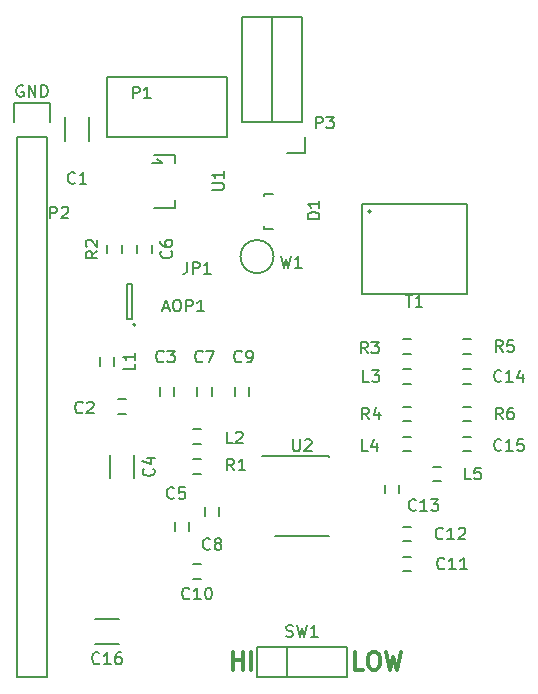
<source format=gto>
G04 #@! TF.FileFunction,Legend,Top*
%FSLAX46Y46*%
G04 Gerber Fmt 4.6, Leading zero omitted, Abs format (unit mm)*
G04 Created by KiCad (PCBNEW 4.0.4+e1-6308~48~ubuntu16.04.1-stable) date Mon Oct 24 16:38:44 2016*
%MOMM*%
%LPD*%
G01*
G04 APERTURE LIST*
%ADD10C,0.100000*%
%ADD11C,0.300000*%
%ADD12C,0.150000*%
G04 APERTURE END LIST*
D10*
D11*
X75021429Y-134028571D02*
X74307143Y-134028571D01*
X74307143Y-132528571D01*
X75807143Y-132528571D02*
X76092857Y-132528571D01*
X76235715Y-132600000D01*
X76378572Y-132742857D01*
X76450000Y-133028571D01*
X76450000Y-133528571D01*
X76378572Y-133814286D01*
X76235715Y-133957143D01*
X76092857Y-134028571D01*
X75807143Y-134028571D01*
X75664286Y-133957143D01*
X75521429Y-133814286D01*
X75450000Y-133528571D01*
X75450000Y-133028571D01*
X75521429Y-132742857D01*
X75664286Y-132600000D01*
X75807143Y-132528571D01*
X76950001Y-132528571D02*
X77307144Y-134028571D01*
X77592858Y-132957143D01*
X77878572Y-134028571D01*
X78235715Y-132528571D01*
X63984286Y-134028571D02*
X63984286Y-132528571D01*
X63984286Y-133242857D02*
X64841429Y-133242857D01*
X64841429Y-134028571D02*
X64841429Y-132528571D01*
X65555715Y-134028571D02*
X65555715Y-132528571D01*
D12*
X45720000Y-88900000D02*
X45720000Y-134620000D01*
X45720000Y-134620000D02*
X48260000Y-134620000D01*
X48260000Y-134620000D02*
X48260000Y-88900000D01*
X45440000Y-86080000D02*
X45440000Y-87630000D01*
X45720000Y-88900000D02*
X48260000Y-88900000D01*
X48540000Y-87630000D02*
X48540000Y-86080000D01*
X48540000Y-86080000D02*
X45440000Y-86080000D01*
X55745000Y-104820000D02*
G75*
G03X55745000Y-104820000I-100000J0D01*
G01*
X54995000Y-104320000D02*
X55495000Y-104320000D01*
X54995000Y-101420000D02*
X54995000Y-104320000D01*
X55495000Y-101420000D02*
X54995000Y-101420000D01*
X55495000Y-104320000D02*
X55495000Y-101420000D01*
X49775000Y-87265000D02*
X49775000Y-89265000D01*
X51825000Y-89265000D02*
X51825000Y-87265000D01*
X54260000Y-111160000D02*
X54960000Y-111160000D01*
X54960000Y-112360000D02*
X54260000Y-112360000D01*
X59020000Y-110140000D02*
X59020000Y-110840000D01*
X57820000Y-110840000D02*
X57820000Y-110140000D01*
X60290000Y-121570000D02*
X60290000Y-122270000D01*
X59090000Y-122270000D02*
X59090000Y-121570000D01*
X57115000Y-98075000D02*
X57115000Y-98775000D01*
X55915000Y-98775000D02*
X55915000Y-98075000D01*
X62195000Y-110140000D02*
X62195000Y-110840000D01*
X60995000Y-110840000D02*
X60995000Y-110140000D01*
X62830000Y-120300000D02*
X62830000Y-121000000D01*
X61630000Y-121000000D02*
X61630000Y-120300000D01*
X65370000Y-110140000D02*
X65370000Y-110840000D01*
X64170000Y-110840000D02*
X64170000Y-110140000D01*
X61310000Y-126330000D02*
X60610000Y-126330000D01*
X60610000Y-125130000D02*
X61310000Y-125130000D01*
X78390000Y-124495000D02*
X79090000Y-124495000D01*
X79090000Y-125695000D02*
X78390000Y-125695000D01*
X78390000Y-121955000D02*
X79090000Y-121955000D01*
X79090000Y-123155000D02*
X78390000Y-123155000D01*
X78070000Y-118395000D02*
X78070000Y-119095000D01*
X76870000Y-119095000D02*
X76870000Y-118395000D01*
X84170000Y-107280000D02*
X83470000Y-107280000D01*
X83470000Y-106080000D02*
X84170000Y-106080000D01*
X84170000Y-115535000D02*
X83470000Y-115535000D01*
X83470000Y-114335000D02*
X84170000Y-114335000D01*
X53940000Y-107600000D02*
X53940000Y-108300000D01*
X52740000Y-108300000D02*
X52740000Y-107600000D01*
X60610000Y-113700000D02*
X61310000Y-113700000D01*
X61310000Y-114900000D02*
X60610000Y-114900000D01*
X78390000Y-108620000D02*
X79090000Y-108620000D01*
X79090000Y-109820000D02*
X78390000Y-109820000D01*
X78390000Y-114335000D02*
X79090000Y-114335000D01*
X79090000Y-115535000D02*
X78390000Y-115535000D01*
X80930000Y-116875000D02*
X81630000Y-116875000D01*
X81630000Y-118075000D02*
X80930000Y-118075000D01*
X64770000Y-78800000D02*
X64770000Y-87630000D01*
X67310000Y-78800000D02*
X64770000Y-78800000D01*
X67310000Y-87630000D02*
X67310000Y-78800000D01*
X67310000Y-87630000D02*
X64770000Y-87630000D01*
X69850000Y-87630000D02*
X67310000Y-87630000D01*
X68580000Y-90300000D02*
X70130000Y-90300000D01*
X70130000Y-90300000D02*
X70130000Y-88900000D01*
X69850000Y-87630000D02*
X69850000Y-78800000D01*
X69850000Y-78800000D02*
X67310000Y-78800000D01*
X67310000Y-78800000D02*
X67310000Y-87630000D01*
X60610000Y-116240000D02*
X61310000Y-116240000D01*
X61310000Y-117440000D02*
X60610000Y-117440000D01*
X53375000Y-98775000D02*
X53375000Y-98075000D01*
X54575000Y-98075000D02*
X54575000Y-98775000D01*
X79090000Y-107280000D02*
X78390000Y-107280000D01*
X78390000Y-106080000D02*
X79090000Y-106080000D01*
X79090000Y-112995000D02*
X78390000Y-112995000D01*
X78390000Y-111795000D02*
X79090000Y-111795000D01*
X83470000Y-108620000D02*
X84170000Y-108620000D01*
X84170000Y-109820000D02*
X83470000Y-109820000D01*
X83470000Y-111795000D02*
X84170000Y-111795000D01*
X84170000Y-112995000D02*
X83470000Y-112995000D01*
X66040000Y-134620000D02*
X66040000Y-132080000D01*
X66040000Y-132080000D02*
X73660000Y-132080000D01*
X73660000Y-132080000D02*
X73660000Y-134620000D01*
X73660000Y-134620000D02*
X66040000Y-134620000D01*
X68580000Y-132080000D02*
X68580000Y-134620000D01*
X57584340Y-90810080D02*
X57884060Y-91059000D01*
X57884060Y-91059000D02*
X58033920Y-91160600D01*
X58033920Y-91160600D02*
X57185560Y-91160600D01*
X59085480Y-90459560D02*
X57284620Y-90459560D01*
X59085480Y-90459560D02*
X59085480Y-91109800D01*
X59085480Y-94960440D02*
X57284620Y-94960440D01*
X59085480Y-94960440D02*
X59085480Y-94310200D01*
X72175000Y-115930000D02*
X72175000Y-116030000D01*
X72175000Y-122755000D02*
X72175000Y-122730000D01*
X67525000Y-122755000D02*
X67525000Y-122730000D01*
X66450000Y-115930000D02*
X72175000Y-115930000D01*
X67525000Y-122755000D02*
X72175000Y-122755000D01*
X67440000Y-99060000D02*
G75*
G03X67440000Y-99060000I-1400000J0D01*
G01*
X63500000Y-88900000D02*
X53340000Y-88900000D01*
X53340000Y-88900000D02*
X53340000Y-83820000D01*
X53340000Y-83820000D02*
X63500000Y-83820000D01*
X63500000Y-83820000D02*
X63500000Y-88900000D01*
X67360800Y-96749820D02*
X66659760Y-96749820D01*
X66659760Y-96749820D02*
X66659760Y-96500900D01*
X66659760Y-93950840D02*
X66659760Y-93750180D01*
X66659760Y-93750180D02*
X67360800Y-93750180D01*
X52340000Y-131835000D02*
X54340000Y-131835000D01*
X54340000Y-129785000D02*
X52340000Y-129785000D01*
X55635000Y-117840000D02*
X55635000Y-115840000D01*
X53585000Y-115840000D02*
X53585000Y-117840000D01*
X75692000Y-95250000D02*
G75*
G03X75692000Y-95250000I-127000J0D01*
G01*
X74930000Y-102235000D02*
X74930000Y-94615000D01*
X74930000Y-94615000D02*
X83820000Y-94615000D01*
X83820000Y-102235000D02*
X74930000Y-102235000D01*
X83185000Y-102235000D02*
X83185000Y-102235000D01*
X83820000Y-94615000D02*
X83820000Y-102235000D01*
X48537905Y-95829381D02*
X48537905Y-94829381D01*
X48918858Y-94829381D01*
X49014096Y-94877000D01*
X49061715Y-94924619D01*
X49109334Y-95019857D01*
X49109334Y-95162714D01*
X49061715Y-95257952D01*
X49014096Y-95305571D01*
X48918858Y-95353190D01*
X48537905Y-95353190D01*
X49490286Y-94924619D02*
X49537905Y-94877000D01*
X49633143Y-94829381D01*
X49871239Y-94829381D01*
X49966477Y-94877000D01*
X50014096Y-94924619D01*
X50061715Y-95019857D01*
X50061715Y-95115095D01*
X50014096Y-95257952D01*
X49442667Y-95829381D01*
X50061715Y-95829381D01*
X46228096Y-84590000D02*
X46132858Y-84542381D01*
X45990001Y-84542381D01*
X45847143Y-84590000D01*
X45751905Y-84685238D01*
X45704286Y-84780476D01*
X45656667Y-84970952D01*
X45656667Y-85113810D01*
X45704286Y-85304286D01*
X45751905Y-85399524D01*
X45847143Y-85494762D01*
X45990001Y-85542381D01*
X46085239Y-85542381D01*
X46228096Y-85494762D01*
X46275715Y-85447143D01*
X46275715Y-85113810D01*
X46085239Y-85113810D01*
X46704286Y-85542381D02*
X46704286Y-84542381D01*
X47275715Y-85542381D01*
X47275715Y-84542381D01*
X47751905Y-85542381D02*
X47751905Y-84542381D01*
X47990000Y-84542381D01*
X48132858Y-84590000D01*
X48228096Y-84685238D01*
X48275715Y-84780476D01*
X48323334Y-84970952D01*
X48323334Y-85113810D01*
X48275715Y-85304286D01*
X48228096Y-85399524D01*
X48132858Y-85494762D01*
X47990000Y-85542381D01*
X47751905Y-85542381D01*
X58078905Y-103417667D02*
X58555096Y-103417667D01*
X57983667Y-103703381D02*
X58317000Y-102703381D01*
X58650334Y-103703381D01*
X59174143Y-102703381D02*
X59364620Y-102703381D01*
X59459858Y-102751000D01*
X59555096Y-102846238D01*
X59602715Y-103036714D01*
X59602715Y-103370048D01*
X59555096Y-103560524D01*
X59459858Y-103655762D01*
X59364620Y-103703381D01*
X59174143Y-103703381D01*
X59078905Y-103655762D01*
X58983667Y-103560524D01*
X58936048Y-103370048D01*
X58936048Y-103036714D01*
X58983667Y-102846238D01*
X59078905Y-102751000D01*
X59174143Y-102703381D01*
X60031286Y-103703381D02*
X60031286Y-102703381D01*
X60412239Y-102703381D01*
X60507477Y-102751000D01*
X60555096Y-102798619D01*
X60602715Y-102893857D01*
X60602715Y-103036714D01*
X60555096Y-103131952D01*
X60507477Y-103179571D01*
X60412239Y-103227190D01*
X60031286Y-103227190D01*
X61555096Y-103703381D02*
X60983667Y-103703381D01*
X61269381Y-103703381D02*
X61269381Y-102703381D01*
X61174143Y-102846238D01*
X61078905Y-102941476D01*
X60983667Y-102989095D01*
X50633334Y-92813143D02*
X50585715Y-92860762D01*
X50442858Y-92908381D01*
X50347620Y-92908381D01*
X50204762Y-92860762D01*
X50109524Y-92765524D01*
X50061905Y-92670286D01*
X50014286Y-92479810D01*
X50014286Y-92336952D01*
X50061905Y-92146476D01*
X50109524Y-92051238D01*
X50204762Y-91956000D01*
X50347620Y-91908381D01*
X50442858Y-91908381D01*
X50585715Y-91956000D01*
X50633334Y-92003619D01*
X51585715Y-92908381D02*
X51014286Y-92908381D01*
X51300000Y-92908381D02*
X51300000Y-91908381D01*
X51204762Y-92051238D01*
X51109524Y-92146476D01*
X51014286Y-92194095D01*
X51268334Y-112244143D02*
X51220715Y-112291762D01*
X51077858Y-112339381D01*
X50982620Y-112339381D01*
X50839762Y-112291762D01*
X50744524Y-112196524D01*
X50696905Y-112101286D01*
X50649286Y-111910810D01*
X50649286Y-111767952D01*
X50696905Y-111577476D01*
X50744524Y-111482238D01*
X50839762Y-111387000D01*
X50982620Y-111339381D01*
X51077858Y-111339381D01*
X51220715Y-111387000D01*
X51268334Y-111434619D01*
X51649286Y-111434619D02*
X51696905Y-111387000D01*
X51792143Y-111339381D01*
X52030239Y-111339381D01*
X52125477Y-111387000D01*
X52173096Y-111434619D01*
X52220715Y-111529857D01*
X52220715Y-111625095D01*
X52173096Y-111767952D01*
X51601667Y-112339381D01*
X52220715Y-112339381D01*
X58126334Y-107926143D02*
X58078715Y-107973762D01*
X57935858Y-108021381D01*
X57840620Y-108021381D01*
X57697762Y-107973762D01*
X57602524Y-107878524D01*
X57554905Y-107783286D01*
X57507286Y-107592810D01*
X57507286Y-107449952D01*
X57554905Y-107259476D01*
X57602524Y-107164238D01*
X57697762Y-107069000D01*
X57840620Y-107021381D01*
X57935858Y-107021381D01*
X58078715Y-107069000D01*
X58126334Y-107116619D01*
X58459667Y-107021381D02*
X59078715Y-107021381D01*
X58745381Y-107402333D01*
X58888239Y-107402333D01*
X58983477Y-107449952D01*
X59031096Y-107497571D01*
X59078715Y-107592810D01*
X59078715Y-107830905D01*
X59031096Y-107926143D01*
X58983477Y-107973762D01*
X58888239Y-108021381D01*
X58602524Y-108021381D01*
X58507286Y-107973762D01*
X58459667Y-107926143D01*
X59015334Y-119483143D02*
X58967715Y-119530762D01*
X58824858Y-119578381D01*
X58729620Y-119578381D01*
X58586762Y-119530762D01*
X58491524Y-119435524D01*
X58443905Y-119340286D01*
X58396286Y-119149810D01*
X58396286Y-119006952D01*
X58443905Y-118816476D01*
X58491524Y-118721238D01*
X58586762Y-118626000D01*
X58729620Y-118578381D01*
X58824858Y-118578381D01*
X58967715Y-118626000D01*
X59015334Y-118673619D01*
X59920096Y-118578381D02*
X59443905Y-118578381D01*
X59396286Y-119054571D01*
X59443905Y-119006952D01*
X59539143Y-118959333D01*
X59777239Y-118959333D01*
X59872477Y-119006952D01*
X59920096Y-119054571D01*
X59967715Y-119149810D01*
X59967715Y-119387905D01*
X59920096Y-119483143D01*
X59872477Y-119530762D01*
X59777239Y-119578381D01*
X59539143Y-119578381D01*
X59443905Y-119530762D01*
X59396286Y-119483143D01*
X58772143Y-98591666D02*
X58819762Y-98639285D01*
X58867381Y-98782142D01*
X58867381Y-98877380D01*
X58819762Y-99020238D01*
X58724524Y-99115476D01*
X58629286Y-99163095D01*
X58438810Y-99210714D01*
X58295952Y-99210714D01*
X58105476Y-99163095D01*
X58010238Y-99115476D01*
X57915000Y-99020238D01*
X57867381Y-98877380D01*
X57867381Y-98782142D01*
X57915000Y-98639285D01*
X57962619Y-98591666D01*
X57867381Y-97734523D02*
X57867381Y-97925000D01*
X57915000Y-98020238D01*
X57962619Y-98067857D01*
X58105476Y-98163095D01*
X58295952Y-98210714D01*
X58676905Y-98210714D01*
X58772143Y-98163095D01*
X58819762Y-98115476D01*
X58867381Y-98020238D01*
X58867381Y-97829761D01*
X58819762Y-97734523D01*
X58772143Y-97686904D01*
X58676905Y-97639285D01*
X58438810Y-97639285D01*
X58343571Y-97686904D01*
X58295952Y-97734523D01*
X58248333Y-97829761D01*
X58248333Y-98020238D01*
X58295952Y-98115476D01*
X58343571Y-98163095D01*
X58438810Y-98210714D01*
X61428334Y-107926143D02*
X61380715Y-107973762D01*
X61237858Y-108021381D01*
X61142620Y-108021381D01*
X60999762Y-107973762D01*
X60904524Y-107878524D01*
X60856905Y-107783286D01*
X60809286Y-107592810D01*
X60809286Y-107449952D01*
X60856905Y-107259476D01*
X60904524Y-107164238D01*
X60999762Y-107069000D01*
X61142620Y-107021381D01*
X61237858Y-107021381D01*
X61380715Y-107069000D01*
X61428334Y-107116619D01*
X61761667Y-107021381D02*
X62428334Y-107021381D01*
X61999762Y-108021381D01*
X62063334Y-123801143D02*
X62015715Y-123848762D01*
X61872858Y-123896381D01*
X61777620Y-123896381D01*
X61634762Y-123848762D01*
X61539524Y-123753524D01*
X61491905Y-123658286D01*
X61444286Y-123467810D01*
X61444286Y-123324952D01*
X61491905Y-123134476D01*
X61539524Y-123039238D01*
X61634762Y-122944000D01*
X61777620Y-122896381D01*
X61872858Y-122896381D01*
X62015715Y-122944000D01*
X62063334Y-122991619D01*
X62634762Y-123324952D02*
X62539524Y-123277333D01*
X62491905Y-123229714D01*
X62444286Y-123134476D01*
X62444286Y-123086857D01*
X62491905Y-122991619D01*
X62539524Y-122944000D01*
X62634762Y-122896381D01*
X62825239Y-122896381D01*
X62920477Y-122944000D01*
X62968096Y-122991619D01*
X63015715Y-123086857D01*
X63015715Y-123134476D01*
X62968096Y-123229714D01*
X62920477Y-123277333D01*
X62825239Y-123324952D01*
X62634762Y-123324952D01*
X62539524Y-123372571D01*
X62491905Y-123420190D01*
X62444286Y-123515429D01*
X62444286Y-123705905D01*
X62491905Y-123801143D01*
X62539524Y-123848762D01*
X62634762Y-123896381D01*
X62825239Y-123896381D01*
X62920477Y-123848762D01*
X62968096Y-123801143D01*
X63015715Y-123705905D01*
X63015715Y-123515429D01*
X62968096Y-123420190D01*
X62920477Y-123372571D01*
X62825239Y-123324952D01*
X64730334Y-107926143D02*
X64682715Y-107973762D01*
X64539858Y-108021381D01*
X64444620Y-108021381D01*
X64301762Y-107973762D01*
X64206524Y-107878524D01*
X64158905Y-107783286D01*
X64111286Y-107592810D01*
X64111286Y-107449952D01*
X64158905Y-107259476D01*
X64206524Y-107164238D01*
X64301762Y-107069000D01*
X64444620Y-107021381D01*
X64539858Y-107021381D01*
X64682715Y-107069000D01*
X64730334Y-107116619D01*
X65206524Y-108021381D02*
X65397000Y-108021381D01*
X65492239Y-107973762D01*
X65539858Y-107926143D01*
X65635096Y-107783286D01*
X65682715Y-107592810D01*
X65682715Y-107211857D01*
X65635096Y-107116619D01*
X65587477Y-107069000D01*
X65492239Y-107021381D01*
X65301762Y-107021381D01*
X65206524Y-107069000D01*
X65158905Y-107116619D01*
X65111286Y-107211857D01*
X65111286Y-107449952D01*
X65158905Y-107545190D01*
X65206524Y-107592810D01*
X65301762Y-107640429D01*
X65492239Y-107640429D01*
X65587477Y-107592810D01*
X65635096Y-107545190D01*
X65682715Y-107449952D01*
X60317143Y-127987143D02*
X60269524Y-128034762D01*
X60126667Y-128082381D01*
X60031429Y-128082381D01*
X59888571Y-128034762D01*
X59793333Y-127939524D01*
X59745714Y-127844286D01*
X59698095Y-127653810D01*
X59698095Y-127510952D01*
X59745714Y-127320476D01*
X59793333Y-127225238D01*
X59888571Y-127130000D01*
X60031429Y-127082381D01*
X60126667Y-127082381D01*
X60269524Y-127130000D01*
X60317143Y-127177619D01*
X61269524Y-128082381D02*
X60698095Y-128082381D01*
X60983809Y-128082381D02*
X60983809Y-127082381D01*
X60888571Y-127225238D01*
X60793333Y-127320476D01*
X60698095Y-127368095D01*
X61888571Y-127082381D02*
X61983810Y-127082381D01*
X62079048Y-127130000D01*
X62126667Y-127177619D01*
X62174286Y-127272857D01*
X62221905Y-127463333D01*
X62221905Y-127701429D01*
X62174286Y-127891905D01*
X62126667Y-127987143D01*
X62079048Y-128034762D01*
X61983810Y-128082381D01*
X61888571Y-128082381D01*
X61793333Y-128034762D01*
X61745714Y-127987143D01*
X61698095Y-127891905D01*
X61650476Y-127701429D01*
X61650476Y-127463333D01*
X61698095Y-127272857D01*
X61745714Y-127177619D01*
X61793333Y-127130000D01*
X61888571Y-127082381D01*
X81907143Y-125452143D02*
X81859524Y-125499762D01*
X81716667Y-125547381D01*
X81621429Y-125547381D01*
X81478571Y-125499762D01*
X81383333Y-125404524D01*
X81335714Y-125309286D01*
X81288095Y-125118810D01*
X81288095Y-124975952D01*
X81335714Y-124785476D01*
X81383333Y-124690238D01*
X81478571Y-124595000D01*
X81621429Y-124547381D01*
X81716667Y-124547381D01*
X81859524Y-124595000D01*
X81907143Y-124642619D01*
X82859524Y-125547381D02*
X82288095Y-125547381D01*
X82573809Y-125547381D02*
X82573809Y-124547381D01*
X82478571Y-124690238D01*
X82383333Y-124785476D01*
X82288095Y-124833095D01*
X83811905Y-125547381D02*
X83240476Y-125547381D01*
X83526190Y-125547381D02*
X83526190Y-124547381D01*
X83430952Y-124690238D01*
X83335714Y-124785476D01*
X83240476Y-124833095D01*
X81780143Y-122912143D02*
X81732524Y-122959762D01*
X81589667Y-123007381D01*
X81494429Y-123007381D01*
X81351571Y-122959762D01*
X81256333Y-122864524D01*
X81208714Y-122769286D01*
X81161095Y-122578810D01*
X81161095Y-122435952D01*
X81208714Y-122245476D01*
X81256333Y-122150238D01*
X81351571Y-122055000D01*
X81494429Y-122007381D01*
X81589667Y-122007381D01*
X81732524Y-122055000D01*
X81780143Y-122102619D01*
X82732524Y-123007381D02*
X82161095Y-123007381D01*
X82446809Y-123007381D02*
X82446809Y-122007381D01*
X82351571Y-122150238D01*
X82256333Y-122245476D01*
X82161095Y-122293095D01*
X83113476Y-122102619D02*
X83161095Y-122055000D01*
X83256333Y-122007381D01*
X83494429Y-122007381D01*
X83589667Y-122055000D01*
X83637286Y-122102619D01*
X83684905Y-122197857D01*
X83684905Y-122293095D01*
X83637286Y-122435952D01*
X83065857Y-123007381D01*
X83684905Y-123007381D01*
X79494143Y-120499143D02*
X79446524Y-120546762D01*
X79303667Y-120594381D01*
X79208429Y-120594381D01*
X79065571Y-120546762D01*
X78970333Y-120451524D01*
X78922714Y-120356286D01*
X78875095Y-120165810D01*
X78875095Y-120022952D01*
X78922714Y-119832476D01*
X78970333Y-119737238D01*
X79065571Y-119642000D01*
X79208429Y-119594381D01*
X79303667Y-119594381D01*
X79446524Y-119642000D01*
X79494143Y-119689619D01*
X80446524Y-120594381D02*
X79875095Y-120594381D01*
X80160809Y-120594381D02*
X80160809Y-119594381D01*
X80065571Y-119737238D01*
X79970333Y-119832476D01*
X79875095Y-119880095D01*
X80779857Y-119594381D02*
X81398905Y-119594381D01*
X81065571Y-119975333D01*
X81208429Y-119975333D01*
X81303667Y-120022952D01*
X81351286Y-120070571D01*
X81398905Y-120165810D01*
X81398905Y-120403905D01*
X81351286Y-120499143D01*
X81303667Y-120546762D01*
X81208429Y-120594381D01*
X80922714Y-120594381D01*
X80827476Y-120546762D01*
X80779857Y-120499143D01*
X86733143Y-109577143D02*
X86685524Y-109624762D01*
X86542667Y-109672381D01*
X86447429Y-109672381D01*
X86304571Y-109624762D01*
X86209333Y-109529524D01*
X86161714Y-109434286D01*
X86114095Y-109243810D01*
X86114095Y-109100952D01*
X86161714Y-108910476D01*
X86209333Y-108815238D01*
X86304571Y-108720000D01*
X86447429Y-108672381D01*
X86542667Y-108672381D01*
X86685524Y-108720000D01*
X86733143Y-108767619D01*
X87685524Y-109672381D02*
X87114095Y-109672381D01*
X87399809Y-109672381D02*
X87399809Y-108672381D01*
X87304571Y-108815238D01*
X87209333Y-108910476D01*
X87114095Y-108958095D01*
X88542667Y-109005714D02*
X88542667Y-109672381D01*
X88304571Y-108624762D02*
X88066476Y-109339048D01*
X88685524Y-109339048D01*
X86733143Y-115419143D02*
X86685524Y-115466762D01*
X86542667Y-115514381D01*
X86447429Y-115514381D01*
X86304571Y-115466762D01*
X86209333Y-115371524D01*
X86161714Y-115276286D01*
X86114095Y-115085810D01*
X86114095Y-114942952D01*
X86161714Y-114752476D01*
X86209333Y-114657238D01*
X86304571Y-114562000D01*
X86447429Y-114514381D01*
X86542667Y-114514381D01*
X86685524Y-114562000D01*
X86733143Y-114609619D01*
X87685524Y-115514381D02*
X87114095Y-115514381D01*
X87399809Y-115514381D02*
X87399809Y-114514381D01*
X87304571Y-114657238D01*
X87209333Y-114752476D01*
X87114095Y-114800095D01*
X88590286Y-114514381D02*
X88114095Y-114514381D01*
X88066476Y-114990571D01*
X88114095Y-114942952D01*
X88209333Y-114895333D01*
X88447429Y-114895333D01*
X88542667Y-114942952D01*
X88590286Y-114990571D01*
X88637905Y-115085810D01*
X88637905Y-115323905D01*
X88590286Y-115419143D01*
X88542667Y-115466762D01*
X88447429Y-115514381D01*
X88209333Y-115514381D01*
X88114095Y-115466762D01*
X88066476Y-115419143D01*
X60126667Y-99528381D02*
X60126667Y-100242667D01*
X60079047Y-100385524D01*
X59983809Y-100480762D01*
X59840952Y-100528381D01*
X59745714Y-100528381D01*
X60602857Y-100528381D02*
X60602857Y-99528381D01*
X60983810Y-99528381D01*
X61079048Y-99576000D01*
X61126667Y-99623619D01*
X61174286Y-99718857D01*
X61174286Y-99861714D01*
X61126667Y-99956952D01*
X61079048Y-100004571D01*
X60983810Y-100052190D01*
X60602857Y-100052190D01*
X62126667Y-100528381D02*
X61555238Y-100528381D01*
X61840952Y-100528381D02*
X61840952Y-99528381D01*
X61745714Y-99671238D01*
X61650476Y-99766476D01*
X61555238Y-99814095D01*
X55692381Y-108116666D02*
X55692381Y-108592857D01*
X54692381Y-108592857D01*
X55692381Y-107259523D02*
X55692381Y-107830952D01*
X55692381Y-107545238D02*
X54692381Y-107545238D01*
X54835238Y-107640476D01*
X54930476Y-107735714D01*
X54978095Y-107830952D01*
X63968334Y-114879381D02*
X63492143Y-114879381D01*
X63492143Y-113879381D01*
X64254048Y-113974619D02*
X64301667Y-113927000D01*
X64396905Y-113879381D01*
X64635001Y-113879381D01*
X64730239Y-113927000D01*
X64777858Y-113974619D01*
X64825477Y-114069857D01*
X64825477Y-114165095D01*
X64777858Y-114307952D01*
X64206429Y-114879381D01*
X64825477Y-114879381D01*
X75525334Y-109672381D02*
X75049143Y-109672381D01*
X75049143Y-108672381D01*
X75763429Y-108672381D02*
X76382477Y-108672381D01*
X76049143Y-109053333D01*
X76192001Y-109053333D01*
X76287239Y-109100952D01*
X76334858Y-109148571D01*
X76382477Y-109243810D01*
X76382477Y-109481905D01*
X76334858Y-109577143D01*
X76287239Y-109624762D01*
X76192001Y-109672381D01*
X75906286Y-109672381D01*
X75811048Y-109624762D01*
X75763429Y-109577143D01*
X75398334Y-115514381D02*
X74922143Y-115514381D01*
X74922143Y-114514381D01*
X76160239Y-114847714D02*
X76160239Y-115514381D01*
X75922143Y-114466762D02*
X75684048Y-115181048D01*
X76303096Y-115181048D01*
X84161334Y-117927381D02*
X83685143Y-117927381D01*
X83685143Y-116927381D01*
X84970858Y-116927381D02*
X84494667Y-116927381D01*
X84447048Y-117403571D01*
X84494667Y-117355952D01*
X84589905Y-117308333D01*
X84828001Y-117308333D01*
X84923239Y-117355952D01*
X84970858Y-117403571D01*
X85018477Y-117498810D01*
X85018477Y-117736905D01*
X84970858Y-117832143D01*
X84923239Y-117879762D01*
X84828001Y-117927381D01*
X84589905Y-117927381D01*
X84494667Y-117879762D01*
X84447048Y-117832143D01*
X71016905Y-88209381D02*
X71016905Y-87209381D01*
X71397858Y-87209381D01*
X71493096Y-87257000D01*
X71540715Y-87304619D01*
X71588334Y-87399857D01*
X71588334Y-87542714D01*
X71540715Y-87637952D01*
X71493096Y-87685571D01*
X71397858Y-87733190D01*
X71016905Y-87733190D01*
X71921667Y-87209381D02*
X72540715Y-87209381D01*
X72207381Y-87590333D01*
X72350239Y-87590333D01*
X72445477Y-87637952D01*
X72493096Y-87685571D01*
X72540715Y-87780810D01*
X72540715Y-88018905D01*
X72493096Y-88114143D01*
X72445477Y-88161762D01*
X72350239Y-88209381D01*
X72064524Y-88209381D01*
X71969286Y-88161762D01*
X71921667Y-88114143D01*
X64095334Y-117165381D02*
X63762000Y-116689190D01*
X63523905Y-117165381D02*
X63523905Y-116165381D01*
X63904858Y-116165381D01*
X64000096Y-116213000D01*
X64047715Y-116260619D01*
X64095334Y-116355857D01*
X64095334Y-116498714D01*
X64047715Y-116593952D01*
X64000096Y-116641571D01*
X63904858Y-116689190D01*
X63523905Y-116689190D01*
X65047715Y-117165381D02*
X64476286Y-117165381D01*
X64762000Y-117165381D02*
X64762000Y-116165381D01*
X64666762Y-116308238D01*
X64571524Y-116403476D01*
X64476286Y-116451095D01*
X52527381Y-98591666D02*
X52051190Y-98925000D01*
X52527381Y-99163095D02*
X51527381Y-99163095D01*
X51527381Y-98782142D01*
X51575000Y-98686904D01*
X51622619Y-98639285D01*
X51717857Y-98591666D01*
X51860714Y-98591666D01*
X51955952Y-98639285D01*
X52003571Y-98686904D01*
X52051190Y-98782142D01*
X52051190Y-99163095D01*
X51622619Y-98210714D02*
X51575000Y-98163095D01*
X51527381Y-98067857D01*
X51527381Y-97829761D01*
X51575000Y-97734523D01*
X51622619Y-97686904D01*
X51717857Y-97639285D01*
X51813095Y-97639285D01*
X51955952Y-97686904D01*
X52527381Y-98258333D01*
X52527381Y-97639285D01*
X75398334Y-107259381D02*
X75065000Y-106783190D01*
X74826905Y-107259381D02*
X74826905Y-106259381D01*
X75207858Y-106259381D01*
X75303096Y-106307000D01*
X75350715Y-106354619D01*
X75398334Y-106449857D01*
X75398334Y-106592714D01*
X75350715Y-106687952D01*
X75303096Y-106735571D01*
X75207858Y-106783190D01*
X74826905Y-106783190D01*
X75731667Y-106259381D02*
X76350715Y-106259381D01*
X76017381Y-106640333D01*
X76160239Y-106640333D01*
X76255477Y-106687952D01*
X76303096Y-106735571D01*
X76350715Y-106830810D01*
X76350715Y-107068905D01*
X76303096Y-107164143D01*
X76255477Y-107211762D01*
X76160239Y-107259381D01*
X75874524Y-107259381D01*
X75779286Y-107211762D01*
X75731667Y-107164143D01*
X75525334Y-112847381D02*
X75192000Y-112371190D01*
X74953905Y-112847381D02*
X74953905Y-111847381D01*
X75334858Y-111847381D01*
X75430096Y-111895000D01*
X75477715Y-111942619D01*
X75525334Y-112037857D01*
X75525334Y-112180714D01*
X75477715Y-112275952D01*
X75430096Y-112323571D01*
X75334858Y-112371190D01*
X74953905Y-112371190D01*
X76382477Y-112180714D02*
X76382477Y-112847381D01*
X76144381Y-111799762D02*
X75906286Y-112514048D01*
X76525334Y-112514048D01*
X86828334Y-107132381D02*
X86495000Y-106656190D01*
X86256905Y-107132381D02*
X86256905Y-106132381D01*
X86637858Y-106132381D01*
X86733096Y-106180000D01*
X86780715Y-106227619D01*
X86828334Y-106322857D01*
X86828334Y-106465714D01*
X86780715Y-106560952D01*
X86733096Y-106608571D01*
X86637858Y-106656190D01*
X86256905Y-106656190D01*
X87733096Y-106132381D02*
X87256905Y-106132381D01*
X87209286Y-106608571D01*
X87256905Y-106560952D01*
X87352143Y-106513333D01*
X87590239Y-106513333D01*
X87685477Y-106560952D01*
X87733096Y-106608571D01*
X87780715Y-106703810D01*
X87780715Y-106941905D01*
X87733096Y-107037143D01*
X87685477Y-107084762D01*
X87590239Y-107132381D01*
X87352143Y-107132381D01*
X87256905Y-107084762D01*
X87209286Y-107037143D01*
X86828334Y-112847381D02*
X86495000Y-112371190D01*
X86256905Y-112847381D02*
X86256905Y-111847381D01*
X86637858Y-111847381D01*
X86733096Y-111895000D01*
X86780715Y-111942619D01*
X86828334Y-112037857D01*
X86828334Y-112180714D01*
X86780715Y-112275952D01*
X86733096Y-112323571D01*
X86637858Y-112371190D01*
X86256905Y-112371190D01*
X87685477Y-111847381D02*
X87495000Y-111847381D01*
X87399762Y-111895000D01*
X87352143Y-111942619D01*
X87256905Y-112085476D01*
X87209286Y-112275952D01*
X87209286Y-112656905D01*
X87256905Y-112752143D01*
X87304524Y-112799762D01*
X87399762Y-112847381D01*
X87590239Y-112847381D01*
X87685477Y-112799762D01*
X87733096Y-112752143D01*
X87780715Y-112656905D01*
X87780715Y-112418810D01*
X87733096Y-112323571D01*
X87685477Y-112275952D01*
X87590239Y-112228333D01*
X87399762Y-112228333D01*
X87304524Y-112275952D01*
X87256905Y-112323571D01*
X87209286Y-112418810D01*
X68516667Y-131214762D02*
X68659524Y-131262381D01*
X68897620Y-131262381D01*
X68992858Y-131214762D01*
X69040477Y-131167143D01*
X69088096Y-131071905D01*
X69088096Y-130976667D01*
X69040477Y-130881429D01*
X68992858Y-130833810D01*
X68897620Y-130786190D01*
X68707143Y-130738571D01*
X68611905Y-130690952D01*
X68564286Y-130643333D01*
X68516667Y-130548095D01*
X68516667Y-130452857D01*
X68564286Y-130357619D01*
X68611905Y-130310000D01*
X68707143Y-130262381D01*
X68945239Y-130262381D01*
X69088096Y-130310000D01*
X69421429Y-130262381D02*
X69659524Y-131262381D01*
X69850001Y-130548095D01*
X70040477Y-131262381D01*
X70278572Y-130262381D01*
X71183334Y-131262381D02*
X70611905Y-131262381D01*
X70897619Y-131262381D02*
X70897619Y-130262381D01*
X70802381Y-130405238D01*
X70707143Y-130500476D01*
X70611905Y-130548095D01*
X62238641Y-93421105D02*
X63048165Y-93421105D01*
X63143403Y-93373486D01*
X63191022Y-93325867D01*
X63238641Y-93230629D01*
X63238641Y-93040152D01*
X63191022Y-92944914D01*
X63143403Y-92897295D01*
X63048165Y-92849676D01*
X62238641Y-92849676D01*
X63238641Y-91849676D02*
X63238641Y-92421105D01*
X63238641Y-92135391D02*
X62238641Y-92135391D01*
X62381498Y-92230629D01*
X62476736Y-92325867D01*
X62524355Y-92421105D01*
X69088095Y-114532381D02*
X69088095Y-115341905D01*
X69135714Y-115437143D01*
X69183333Y-115484762D01*
X69278571Y-115532381D01*
X69469048Y-115532381D01*
X69564286Y-115484762D01*
X69611905Y-115437143D01*
X69659524Y-115341905D01*
X69659524Y-114532381D01*
X70088095Y-114627619D02*
X70135714Y-114580000D01*
X70230952Y-114532381D01*
X70469048Y-114532381D01*
X70564286Y-114580000D01*
X70611905Y-114627619D01*
X70659524Y-114722857D01*
X70659524Y-114818095D01*
X70611905Y-114960952D01*
X70040476Y-115532381D01*
X70659524Y-115532381D01*
X68056238Y-99020381D02*
X68294333Y-100020381D01*
X68484810Y-99306095D01*
X68675286Y-100020381D01*
X68913381Y-99020381D01*
X69818143Y-100020381D02*
X69246714Y-100020381D01*
X69532428Y-100020381D02*
X69532428Y-99020381D01*
X69437190Y-99163238D01*
X69341952Y-99258476D01*
X69246714Y-99306095D01*
X55522905Y-85669381D02*
X55522905Y-84669381D01*
X55903858Y-84669381D01*
X55999096Y-84717000D01*
X56046715Y-84764619D01*
X56094334Y-84859857D01*
X56094334Y-85002714D01*
X56046715Y-85097952D01*
X55999096Y-85145571D01*
X55903858Y-85193190D01*
X55522905Y-85193190D01*
X57046715Y-85669381D02*
X56475286Y-85669381D01*
X56761000Y-85669381D02*
X56761000Y-84669381D01*
X56665762Y-84812238D01*
X56570524Y-84907476D01*
X56475286Y-84955095D01*
X71318381Y-95861095D02*
X70318381Y-95861095D01*
X70318381Y-95623000D01*
X70366000Y-95480142D01*
X70461238Y-95384904D01*
X70556476Y-95337285D01*
X70746952Y-95289666D01*
X70889810Y-95289666D01*
X71080286Y-95337285D01*
X71175524Y-95384904D01*
X71270762Y-95480142D01*
X71318381Y-95623000D01*
X71318381Y-95861095D01*
X71318381Y-94337285D02*
X71318381Y-94908714D01*
X71318381Y-94623000D02*
X70318381Y-94623000D01*
X70461238Y-94718238D01*
X70556476Y-94813476D01*
X70604095Y-94908714D01*
X52697143Y-133467143D02*
X52649524Y-133514762D01*
X52506667Y-133562381D01*
X52411429Y-133562381D01*
X52268571Y-133514762D01*
X52173333Y-133419524D01*
X52125714Y-133324286D01*
X52078095Y-133133810D01*
X52078095Y-132990952D01*
X52125714Y-132800476D01*
X52173333Y-132705238D01*
X52268571Y-132610000D01*
X52411429Y-132562381D01*
X52506667Y-132562381D01*
X52649524Y-132610000D01*
X52697143Y-132657619D01*
X53649524Y-133562381D02*
X53078095Y-133562381D01*
X53363809Y-133562381D02*
X53363809Y-132562381D01*
X53268571Y-132705238D01*
X53173333Y-132800476D01*
X53078095Y-132848095D01*
X54506667Y-132562381D02*
X54316190Y-132562381D01*
X54220952Y-132610000D01*
X54173333Y-132657619D01*
X54078095Y-132800476D01*
X54030476Y-132990952D01*
X54030476Y-133371905D01*
X54078095Y-133467143D01*
X54125714Y-133514762D01*
X54220952Y-133562381D01*
X54411429Y-133562381D01*
X54506667Y-133514762D01*
X54554286Y-133467143D01*
X54601905Y-133371905D01*
X54601905Y-133133810D01*
X54554286Y-133038571D01*
X54506667Y-132990952D01*
X54411429Y-132943333D01*
X54220952Y-132943333D01*
X54125714Y-132990952D01*
X54078095Y-133038571D01*
X54030476Y-133133810D01*
X57267143Y-117006666D02*
X57314762Y-117054285D01*
X57362381Y-117197142D01*
X57362381Y-117292380D01*
X57314762Y-117435238D01*
X57219524Y-117530476D01*
X57124286Y-117578095D01*
X56933810Y-117625714D01*
X56790952Y-117625714D01*
X56600476Y-117578095D01*
X56505238Y-117530476D01*
X56410000Y-117435238D01*
X56362381Y-117292380D01*
X56362381Y-117197142D01*
X56410000Y-117054285D01*
X56457619Y-117006666D01*
X56695714Y-116149523D02*
X57362381Y-116149523D01*
X56314762Y-116387619D02*
X57029048Y-116625714D01*
X57029048Y-116006666D01*
X78613095Y-102322381D02*
X79184524Y-102322381D01*
X78898809Y-103322381D02*
X78898809Y-102322381D01*
X80041667Y-103322381D02*
X79470238Y-103322381D01*
X79755952Y-103322381D02*
X79755952Y-102322381D01*
X79660714Y-102465238D01*
X79565476Y-102560476D01*
X79470238Y-102608095D01*
M02*

</source>
